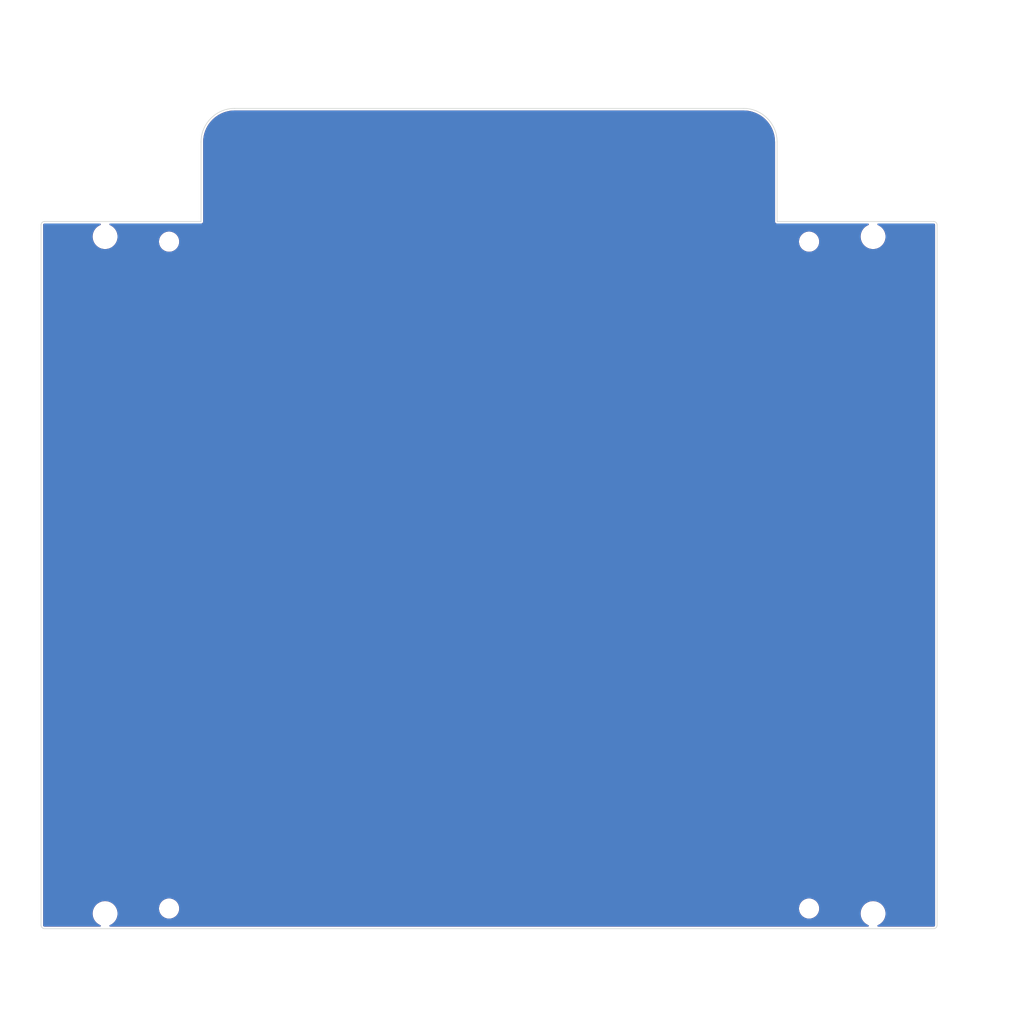
<source format=kicad_pcb>
(kicad_pcb (version 20241229) (generator "pcbnew") (generator_version "9.0")
  (title_block (title "RefleXion X65 - Rear Plate") (date "2024-02-06") (rev "1.10") (company "Tweety's Wild Thinking") (comment 1 "Design: Markus Knutsson <markus.knutsson@tweety.se>") (comment 2 "Concept: Pedro Quaresma <pq@live.ie>") (comment 3 "https://github.com/TweetyDaBird") (comment 4 "Licensed under Creative Commons BY-SA 4.0 International"))
  (layers (0 "F.Cu" signal) (2 "B.Cu" signal) (13 "F.Paste" user) (15 "B.Paste" user) (5 "F.SilkS" user "F.Silkscreen") (7 "B.SilkS" user "B.Silkscreen") (1 "F.Mask" user) (3 "B.Mask" user) (25 "Edge.Cuts" user))
  (net 0 "")
  (footprint "Keyboard_Plate:Spacer Plate hole" (layer "F.Cu") (at 158.515 35.965)
    (property "Reference" "H3" (hide yes))
    (property "Value" "Spacer_PCB" (hide yes))
    (pad "" np_thru_hole circle (at 0 0) (size 2.5 2.5) (drill 2.5) (layers "*.Cu" "*.Mask"))
  )
  (footprint "MountingHole:MountingHole_3.2mm_M3" (layer "F.Cu") (at 53.74 135.965)
    (property "Reference" "H8" (hide yes))
    (property "Value" "MountingHole")
    (pad "" np_thru_hole circle (at 0 0) (size 3.2 3.2) (drill 3.2) (layers "*.Cu" "*.Mask"))
  )
  (footprint "Keyboard_Plate:Spacer Plate hole" (layer "F.Cu") (at 158.515 135.215)
    (property "Reference" "H4" (hide yes))
    (property "Value" "Spacer_PCB" (hide yes))
    (pad "" np_thru_hole circle (at 0 0) (size 2.5 2.5) (drill 2.5) (layers "*.Cu" "*.Mask"))
  )
  (footprint "Keyboard_Plate:Spacer Plate hole" (layer "F.Cu") (at 63.265 35.965)
    (property "Reference" "H1" (hide yes))
    (property "Value" "Spacer_PCB" (hide yes))
    (pad "" np_thru_hole circle (at 0 0) (size 2.5 2.5) (drill 2.5) (layers "*.Cu" "*.Mask"))
  )
  (footprint "MountingHole:MountingHole_3.2mm_M3" (layer "F.Cu") (at 168.04 35.215)
    (property "Reference" "H6" (hide yes))
    (property "Value" "MountingHole")
    (pad "" np_thru_hole circle (at 0 0) (size 3.2 3.2) (drill 3.2) (layers "*.Cu" "*.Mask"))
  )
  (footprint "MountingHole:MountingHole_3.2mm_M3" (layer "F.Cu") (at 53.74 35.215)
    (property "Reference" "H5" (hide yes))
    (property "Value" "MountingHole")
    (pad "" np_thru_hole circle (at 0 0) (size 3.2 3.2) (drill 3.2) (layers "*.Cu" "*.Mask"))
  )
  (footprint "MountingHole:MountingHole_3.2mm_M3" (layer "F.Cu") (at 168.04 135.965)
    (property "Reference" "H7" (hide yes))
    (property "Value" "MountingHole")
    (pad "" np_thru_hole circle (at 0 0) (size 3.2 3.2) (drill 3.2) (layers "*.Cu" "*.Mask"))
  )
  (footprint "Keyboard_Plate:Spacer Plate hole" (layer "F.Cu") (at 63.265 135.215)
    (property "Reference" "H2" (hide yes))
    (property "Value" "Spacer_PCB" (hide yes))
    (pad "" np_thru_hole circle (at 0 0) (size 2.5 2.5) (drill 2.5) (layers "*.Cu" "*.Mask"))
  )
  (gr_arc (start 44.715374 138.214975) (mid 44.361539 138.068411) (end 44.214975 137.714576) (stroke (width 0.1)) (layer "Edge.Cuts"))
  (gr_line (start 73.028 16.135) (end 148.751468 16.134511) (stroke (width 0.1)) (layer "Edge.Cuts"))
  (gr_arc (start 44.214975 33.465399) (mid 44.361557 33.111583) (end 44.715374 32.965) (stroke (width 0.1)) (layer "Edge.Cuts"))
  (gr_arc (start 177.565 137.714576) (mid 177.41844 138.068414) (end 177.064601 138.214975) (stroke (width 0.1)) (layer "Edge.Cuts"))
  (gr_line (start 68.0275 32.965) (end 44.715374 32.965) (stroke (width 0.1)) (layer "Edge.Cuts"))
  (gr_line (start 44.214975 33.4655) (end 44.214975 137.714576) (stroke (width 0.1)) (layer "Edge.Cuts"))
  (gr_line (start 177.565 137.714576) (end 177.564551 33.465) (stroke (width 0.1)) (layer "Edge.Cuts"))
  (gr_line (start 153.752 32.965) (end 177.064551 32.965) (stroke (width 0.1)) (layer "Edge.Cuts"))
  (gr_line (start 153.751989 21.135) (end 153.752 32.965) (stroke (width 0.1)) (layer "Edge.Cuts"))
  (gr_arc (start 68.027511 21.135489) (mid 69.492122 17.599611) (end 73.028 16.135) (stroke (width 0.1)) (layer "Edge.Cuts"))
  (gr_arc (start 148.751511 16.134511) (mid 152.287389 17.599122) (end 153.752 21.135) (stroke (width 0.1)) (layer "Edge.Cuts"))
  (gr_arc (start 177.064551 32.965) (mid 177.418097 33.111454) (end 177.564551 33.465) (stroke (width 0.1)) (layer "Edge.Cuts"))
  (gr_line (start 44.715374 138.214975) (end 177.064601 138.214975) (stroke (width 0.1)) (layer "Edge.Cuts"))
  (gr_line (start 68.027512 21.135489) (end 68.027512 32.965) (stroke (width 0.1)) (layer "Edge.Cuts"))
  (zone (net 0) (net_name "") (layers "F.Cu" "B.Cu") (connect_pads (clearance 0.508)) (min_thickness 0.254) (fill yes (thermal_gap 0.508) (thermal_bridge_width 0.508))
    (polygon (pts (xy 190.5 152.4) (xy 38.1 152.4) (xy 38.1 0) (xy 190.5 0)))
  )
)
</source>
